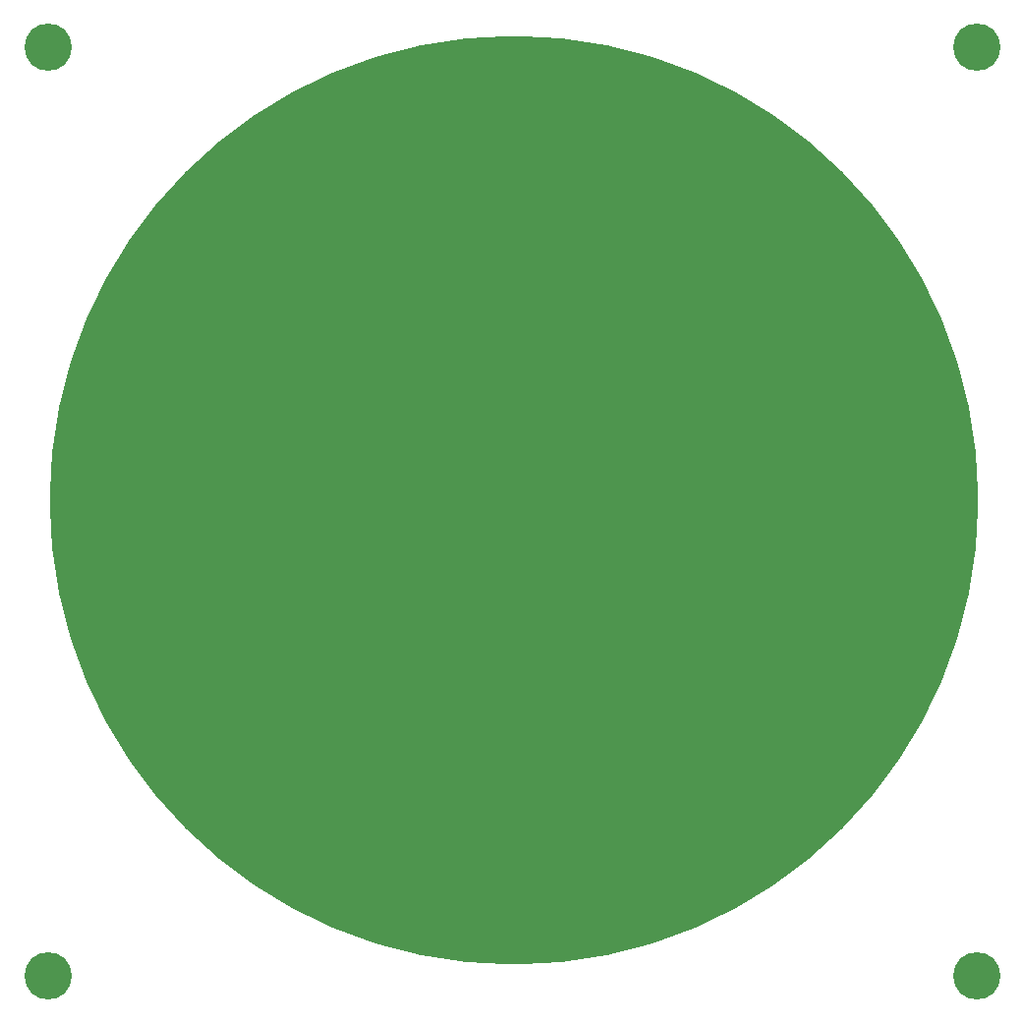
<source format=gbr>
G04 #@! TF.GenerationSoftware,KiCad,Pcbnew,5.0.0*
G04 #@! TF.CreationDate,2018-07-28T23:52:16-05:00*
G04 #@! TF.ProjectId,AntennaPcb,416E74656E6E615063622E6B69636164,rev?*
G04 #@! TF.SameCoordinates,Original*
G04 #@! TF.FileFunction,Copper,L1,Top,Signal*
G04 #@! TF.FilePolarity,Positive*
%FSLAX46Y46*%
G04 Gerber Fmt 4.6, Leading zero omitted, Abs format (unit mm)*
G04 Created by KiCad (PCBNEW 5.0.0) date Sat Jul 28 23:52:16 2018*
%MOMM*%
%LPD*%
G01*
G04 APERTURE LIST*
G04 #@! TA.AperFunction,BGAPad,CuDef*
%ADD10C,80.000000*%
G04 #@! TD*
G04 #@! TA.AperFunction,ComponentPad*
%ADD11C,4.064000*%
G04 #@! TD*
G04 #@! TA.AperFunction,ViaPad*
%ADD12C,0.600000*%
G04 #@! TD*
G04 APERTURE END LIST*
D10*
G04 #@! TO.P,AE1,1*
G04 #@! TO.N,Net-(AE1-Pad1)*
X124599000Y-96130000D03*
G04 #@! TD*
D11*
G04 #@! TO.P,REF\002A\002A,1*
G04 #@! TO.N,N/C*
X164465000Y-57150000D03*
G04 #@! TD*
G04 #@! TO.P,REF\002A\002A,1*
G04 #@! TO.N,N/C*
X84455000Y-57150000D03*
G04 #@! TD*
G04 #@! TO.P,REF\002A\002A,1*
G04 #@! TO.N,N/C*
X84455000Y-137160000D03*
G04 #@! TD*
G04 #@! TO.P,REF\002A\002A,1*
G04 #@! TO.N,N/C*
X164465000Y-137160000D03*
G04 #@! TD*
D12*
G04 #@! TO.N,Net-(AE1-Pad1)*
X110591600Y-96266000D03*
G04 #@! TD*
M02*

</source>
